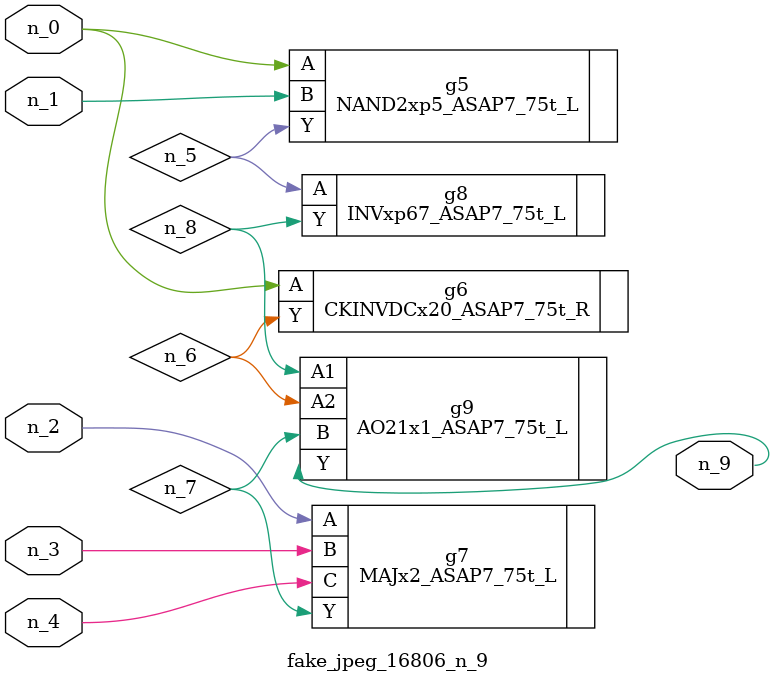
<source format=v>
module fake_jpeg_16806_n_9 (n_3, n_2, n_1, n_0, n_4, n_9);

input n_3;
input n_2;
input n_1;
input n_0;
input n_4;

output n_9;

wire n_8;
wire n_6;
wire n_5;
wire n_7;

NAND2xp5_ASAP7_75t_L g5 ( 
.A(n_0),
.B(n_1),
.Y(n_5)
);

CKINVDCx20_ASAP7_75t_R g6 ( 
.A(n_0),
.Y(n_6)
);

MAJx2_ASAP7_75t_L g7 ( 
.A(n_2),
.B(n_3),
.C(n_4),
.Y(n_7)
);

INVxp67_ASAP7_75t_L g8 ( 
.A(n_5),
.Y(n_8)
);

AO21x1_ASAP7_75t_L g9 ( 
.A1(n_8),
.A2(n_6),
.B(n_7),
.Y(n_9)
);


endmodule
</source>
